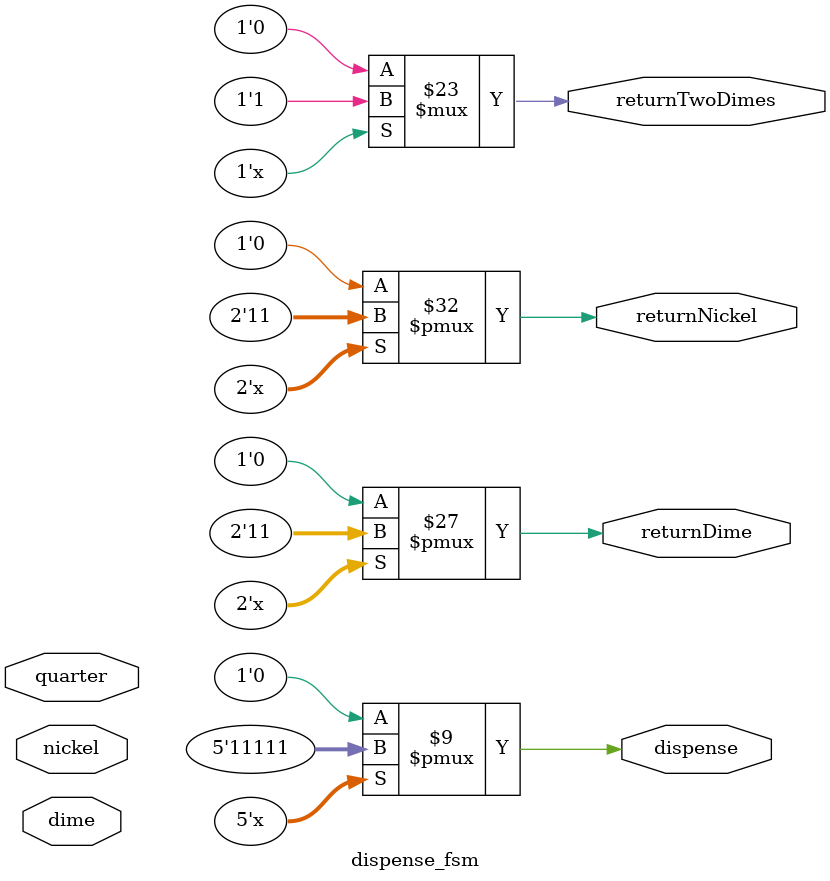
<source format=v>
`timescale 1ns / 1ps


module dispense_fsm(
    input nickel, dime, quarter,
    output reg dispense, returnNickel, returnDime, returnTwoDimes
    );
    
    reg [5:0] total;
    
    always@(nickel, dime, quarter)
    begin
        dispense = 0;
        returnNickel = 0;
        returnDime = 0;
        returnTwoDimes = 0;
        total = total + nickel*5 + dime*10 + quarter*25;
        
        case(total)                                        
            25: begin total = 0; dispense = 1; end
            30: begin total = 0; dispense = 1; returnNickel = 1; end
            35: begin total = 0; dispense = 1; returnDime = 1; end
            40: begin total = 0; dispense = 1; returnDime = 1; returnNickel = 1; end
            45: begin total = 0; dispense = 1; returnTwoDimes = 1; end
            default: begin dispense = 0; returnNickel = 0; returnDime = 0; returnTwoDimes = 0; end                                                                                                                                   
        endcase
    end
    
endmodule

</source>
